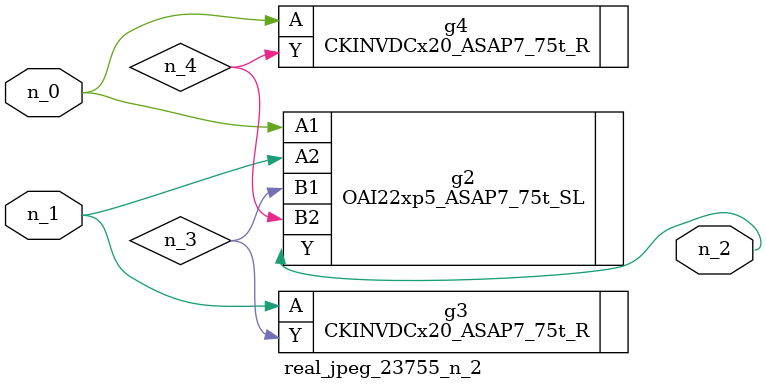
<source format=v>
module real_jpeg_23755_n_2 (n_1, n_0, n_2);

input n_1;
input n_0;

output n_2;

wire n_4;
wire n_3;

OAI22xp5_ASAP7_75t_SL g2 ( 
.A1(n_0),
.A2(n_1),
.B1(n_3),
.B2(n_4),
.Y(n_2)
);

CKINVDCx20_ASAP7_75t_R g4 ( 
.A(n_0),
.Y(n_4)
);

CKINVDCx20_ASAP7_75t_R g3 ( 
.A(n_1),
.Y(n_3)
);


endmodule
</source>
